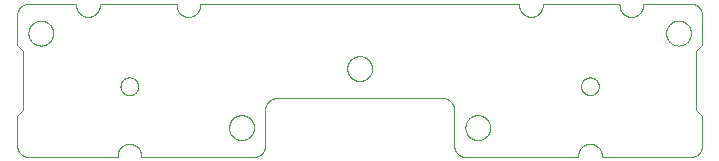
<source format=gbp>
G75*
%MOIN*%
%OFA0B0*%
%FSLAX25Y25*%
%IPPOS*%
%LPD*%
%AMOC8*
5,1,8,0,0,1.08239X$1,22.5*
%
%ADD10C,0.00000*%
D10*
X0007206Y0003269D02*
X0036733Y0003269D01*
X0036733Y0003761D01*
X0040670Y0007698D02*
X0040794Y0007696D01*
X0040917Y0007690D01*
X0041041Y0007681D01*
X0041163Y0007667D01*
X0041286Y0007650D01*
X0041408Y0007628D01*
X0041529Y0007603D01*
X0041649Y0007574D01*
X0041768Y0007542D01*
X0041887Y0007505D01*
X0042004Y0007465D01*
X0042119Y0007422D01*
X0042234Y0007374D01*
X0042346Y0007323D01*
X0042457Y0007269D01*
X0042567Y0007211D01*
X0042674Y0007150D01*
X0042780Y0007085D01*
X0042883Y0007017D01*
X0042984Y0006946D01*
X0043083Y0006872D01*
X0043180Y0006795D01*
X0043274Y0006714D01*
X0043365Y0006631D01*
X0043454Y0006545D01*
X0043540Y0006456D01*
X0043623Y0006365D01*
X0043704Y0006271D01*
X0043781Y0006174D01*
X0043855Y0006075D01*
X0043926Y0005974D01*
X0043994Y0005871D01*
X0044059Y0005765D01*
X0044120Y0005658D01*
X0044178Y0005548D01*
X0044232Y0005437D01*
X0044283Y0005325D01*
X0044331Y0005210D01*
X0044374Y0005095D01*
X0044414Y0004978D01*
X0044451Y0004859D01*
X0044483Y0004740D01*
X0044512Y0004620D01*
X0044537Y0004499D01*
X0044559Y0004377D01*
X0044576Y0004254D01*
X0044590Y0004132D01*
X0044599Y0004008D01*
X0044605Y0003885D01*
X0044607Y0003761D01*
X0044607Y0003269D01*
X0082009Y0003269D01*
X0082133Y0003271D01*
X0082256Y0003277D01*
X0082380Y0003286D01*
X0082502Y0003300D01*
X0082625Y0003317D01*
X0082747Y0003339D01*
X0082868Y0003364D01*
X0082988Y0003393D01*
X0083107Y0003425D01*
X0083226Y0003462D01*
X0083343Y0003502D01*
X0083458Y0003545D01*
X0083573Y0003593D01*
X0083685Y0003644D01*
X0083796Y0003698D01*
X0083906Y0003756D01*
X0084013Y0003817D01*
X0084119Y0003882D01*
X0084222Y0003950D01*
X0084323Y0004021D01*
X0084422Y0004095D01*
X0084519Y0004172D01*
X0084613Y0004253D01*
X0084704Y0004336D01*
X0084793Y0004422D01*
X0084879Y0004511D01*
X0084962Y0004602D01*
X0085043Y0004696D01*
X0085120Y0004793D01*
X0085194Y0004892D01*
X0085265Y0004993D01*
X0085333Y0005096D01*
X0085398Y0005202D01*
X0085459Y0005309D01*
X0085517Y0005419D01*
X0085571Y0005530D01*
X0085622Y0005642D01*
X0085670Y0005757D01*
X0085713Y0005872D01*
X0085753Y0005989D01*
X0085790Y0006108D01*
X0085822Y0006227D01*
X0085851Y0006347D01*
X0085876Y0006468D01*
X0085898Y0006590D01*
X0085915Y0006713D01*
X0085929Y0006835D01*
X0085938Y0006959D01*
X0085944Y0007082D01*
X0085946Y0007206D01*
X0085946Y0019017D01*
X0085948Y0019141D01*
X0085954Y0019264D01*
X0085963Y0019388D01*
X0085977Y0019510D01*
X0085994Y0019633D01*
X0086016Y0019755D01*
X0086041Y0019876D01*
X0086070Y0019996D01*
X0086102Y0020115D01*
X0086139Y0020234D01*
X0086179Y0020351D01*
X0086222Y0020466D01*
X0086270Y0020581D01*
X0086321Y0020693D01*
X0086375Y0020804D01*
X0086433Y0020914D01*
X0086494Y0021021D01*
X0086559Y0021127D01*
X0086627Y0021230D01*
X0086698Y0021331D01*
X0086772Y0021430D01*
X0086849Y0021527D01*
X0086930Y0021621D01*
X0087013Y0021712D01*
X0087099Y0021801D01*
X0087188Y0021887D01*
X0087279Y0021970D01*
X0087373Y0022051D01*
X0087470Y0022128D01*
X0087569Y0022202D01*
X0087670Y0022273D01*
X0087773Y0022341D01*
X0087879Y0022406D01*
X0087986Y0022467D01*
X0088096Y0022525D01*
X0088207Y0022579D01*
X0088319Y0022630D01*
X0088434Y0022678D01*
X0088549Y0022721D01*
X0088666Y0022761D01*
X0088785Y0022798D01*
X0088904Y0022830D01*
X0089024Y0022859D01*
X0089145Y0022884D01*
X0089267Y0022906D01*
X0089390Y0022923D01*
X0089512Y0022937D01*
X0089636Y0022946D01*
X0089759Y0022952D01*
X0089883Y0022954D01*
X0145001Y0022954D01*
X0145125Y0022952D01*
X0145248Y0022946D01*
X0145372Y0022937D01*
X0145494Y0022923D01*
X0145617Y0022906D01*
X0145739Y0022884D01*
X0145860Y0022859D01*
X0145980Y0022830D01*
X0146099Y0022798D01*
X0146218Y0022761D01*
X0146335Y0022721D01*
X0146450Y0022678D01*
X0146565Y0022630D01*
X0146677Y0022579D01*
X0146788Y0022525D01*
X0146898Y0022467D01*
X0147005Y0022406D01*
X0147111Y0022341D01*
X0147214Y0022273D01*
X0147315Y0022202D01*
X0147414Y0022128D01*
X0147511Y0022051D01*
X0147605Y0021970D01*
X0147696Y0021887D01*
X0147785Y0021801D01*
X0147871Y0021712D01*
X0147954Y0021621D01*
X0148035Y0021527D01*
X0148112Y0021430D01*
X0148186Y0021331D01*
X0148257Y0021230D01*
X0148325Y0021127D01*
X0148390Y0021021D01*
X0148451Y0020914D01*
X0148509Y0020804D01*
X0148563Y0020693D01*
X0148614Y0020581D01*
X0148662Y0020466D01*
X0148705Y0020351D01*
X0148745Y0020234D01*
X0148782Y0020115D01*
X0148814Y0019996D01*
X0148843Y0019876D01*
X0148868Y0019755D01*
X0148890Y0019633D01*
X0148907Y0019510D01*
X0148921Y0019388D01*
X0148930Y0019264D01*
X0148936Y0019141D01*
X0148938Y0019017D01*
X0148938Y0007206D01*
X0148940Y0007082D01*
X0148946Y0006959D01*
X0148955Y0006835D01*
X0148969Y0006713D01*
X0148986Y0006590D01*
X0149008Y0006468D01*
X0149033Y0006347D01*
X0149062Y0006227D01*
X0149094Y0006108D01*
X0149131Y0005989D01*
X0149171Y0005872D01*
X0149214Y0005757D01*
X0149262Y0005642D01*
X0149313Y0005530D01*
X0149367Y0005419D01*
X0149425Y0005309D01*
X0149486Y0005202D01*
X0149551Y0005096D01*
X0149619Y0004993D01*
X0149690Y0004892D01*
X0149764Y0004793D01*
X0149841Y0004696D01*
X0149922Y0004602D01*
X0150005Y0004511D01*
X0150091Y0004422D01*
X0150180Y0004336D01*
X0150271Y0004253D01*
X0150365Y0004172D01*
X0150462Y0004095D01*
X0150561Y0004021D01*
X0150662Y0003950D01*
X0150765Y0003882D01*
X0150871Y0003817D01*
X0150978Y0003756D01*
X0151088Y0003698D01*
X0151199Y0003644D01*
X0151311Y0003593D01*
X0151426Y0003545D01*
X0151541Y0003502D01*
X0151658Y0003462D01*
X0151777Y0003425D01*
X0151896Y0003393D01*
X0152016Y0003364D01*
X0152137Y0003339D01*
X0152259Y0003317D01*
X0152382Y0003300D01*
X0152504Y0003286D01*
X0152628Y0003277D01*
X0152751Y0003271D01*
X0152875Y0003269D01*
X0190276Y0003269D01*
X0190276Y0003761D01*
X0194213Y0007698D02*
X0194337Y0007696D01*
X0194460Y0007690D01*
X0194584Y0007681D01*
X0194706Y0007667D01*
X0194829Y0007650D01*
X0194951Y0007628D01*
X0195072Y0007603D01*
X0195192Y0007574D01*
X0195311Y0007542D01*
X0195430Y0007505D01*
X0195547Y0007465D01*
X0195662Y0007422D01*
X0195777Y0007374D01*
X0195889Y0007323D01*
X0196000Y0007269D01*
X0196110Y0007211D01*
X0196217Y0007150D01*
X0196323Y0007085D01*
X0196426Y0007017D01*
X0196527Y0006946D01*
X0196626Y0006872D01*
X0196723Y0006795D01*
X0196817Y0006714D01*
X0196908Y0006631D01*
X0196997Y0006545D01*
X0197083Y0006456D01*
X0197166Y0006365D01*
X0197247Y0006271D01*
X0197324Y0006174D01*
X0197398Y0006075D01*
X0197469Y0005974D01*
X0197537Y0005871D01*
X0197602Y0005765D01*
X0197663Y0005658D01*
X0197721Y0005548D01*
X0197775Y0005437D01*
X0197826Y0005325D01*
X0197874Y0005210D01*
X0197917Y0005095D01*
X0197957Y0004978D01*
X0197994Y0004859D01*
X0198026Y0004740D01*
X0198055Y0004620D01*
X0198080Y0004499D01*
X0198102Y0004377D01*
X0198119Y0004254D01*
X0198133Y0004132D01*
X0198142Y0004008D01*
X0198148Y0003885D01*
X0198150Y0003761D01*
X0198150Y0003269D01*
X0227678Y0003269D01*
X0227802Y0003271D01*
X0227925Y0003277D01*
X0228049Y0003286D01*
X0228171Y0003300D01*
X0228294Y0003317D01*
X0228416Y0003339D01*
X0228537Y0003364D01*
X0228657Y0003393D01*
X0228776Y0003425D01*
X0228895Y0003462D01*
X0229012Y0003502D01*
X0229127Y0003545D01*
X0229242Y0003593D01*
X0229354Y0003644D01*
X0229465Y0003698D01*
X0229575Y0003756D01*
X0229682Y0003817D01*
X0229788Y0003882D01*
X0229891Y0003950D01*
X0229992Y0004021D01*
X0230091Y0004095D01*
X0230188Y0004172D01*
X0230282Y0004253D01*
X0230373Y0004336D01*
X0230462Y0004422D01*
X0230548Y0004511D01*
X0230631Y0004602D01*
X0230712Y0004696D01*
X0230789Y0004793D01*
X0230863Y0004892D01*
X0230934Y0004993D01*
X0231002Y0005096D01*
X0231067Y0005202D01*
X0231128Y0005309D01*
X0231186Y0005419D01*
X0231240Y0005530D01*
X0231291Y0005642D01*
X0231339Y0005757D01*
X0231382Y0005872D01*
X0231422Y0005989D01*
X0231459Y0006108D01*
X0231491Y0006227D01*
X0231520Y0006347D01*
X0231545Y0006468D01*
X0231567Y0006590D01*
X0231584Y0006713D01*
X0231598Y0006835D01*
X0231607Y0006959D01*
X0231613Y0007082D01*
X0231615Y0007206D01*
X0231615Y0017048D01*
X0229646Y0019017D01*
X0229646Y0038702D01*
X0231615Y0040670D01*
X0231615Y0050513D01*
X0231613Y0050637D01*
X0231607Y0050760D01*
X0231598Y0050884D01*
X0231584Y0051006D01*
X0231567Y0051129D01*
X0231545Y0051251D01*
X0231520Y0051372D01*
X0231491Y0051492D01*
X0231459Y0051611D01*
X0231422Y0051730D01*
X0231382Y0051847D01*
X0231339Y0051962D01*
X0231291Y0052077D01*
X0231240Y0052189D01*
X0231186Y0052300D01*
X0231128Y0052410D01*
X0231067Y0052517D01*
X0231002Y0052623D01*
X0230934Y0052726D01*
X0230863Y0052827D01*
X0230789Y0052926D01*
X0230712Y0053023D01*
X0230631Y0053117D01*
X0230548Y0053208D01*
X0230462Y0053297D01*
X0230373Y0053383D01*
X0230282Y0053466D01*
X0230188Y0053547D01*
X0230091Y0053624D01*
X0229992Y0053698D01*
X0229891Y0053769D01*
X0229788Y0053837D01*
X0229682Y0053902D01*
X0229575Y0053963D01*
X0229465Y0054021D01*
X0229354Y0054075D01*
X0229242Y0054126D01*
X0229127Y0054174D01*
X0229012Y0054217D01*
X0228895Y0054257D01*
X0228776Y0054294D01*
X0228657Y0054326D01*
X0228537Y0054355D01*
X0228416Y0054380D01*
X0228294Y0054402D01*
X0228171Y0054419D01*
X0228049Y0054433D01*
X0227925Y0054442D01*
X0227802Y0054448D01*
X0227678Y0054450D01*
X0211930Y0054450D01*
X0211930Y0053957D01*
X0207993Y0050020D02*
X0207869Y0050022D01*
X0207746Y0050028D01*
X0207622Y0050037D01*
X0207500Y0050051D01*
X0207377Y0050068D01*
X0207255Y0050090D01*
X0207134Y0050115D01*
X0207014Y0050144D01*
X0206895Y0050176D01*
X0206776Y0050213D01*
X0206659Y0050253D01*
X0206544Y0050296D01*
X0206429Y0050344D01*
X0206317Y0050395D01*
X0206206Y0050449D01*
X0206096Y0050507D01*
X0205989Y0050568D01*
X0205883Y0050633D01*
X0205780Y0050701D01*
X0205679Y0050772D01*
X0205580Y0050846D01*
X0205483Y0050923D01*
X0205389Y0051004D01*
X0205298Y0051087D01*
X0205209Y0051173D01*
X0205123Y0051262D01*
X0205040Y0051353D01*
X0204959Y0051447D01*
X0204882Y0051544D01*
X0204808Y0051643D01*
X0204737Y0051744D01*
X0204669Y0051847D01*
X0204604Y0051953D01*
X0204543Y0052060D01*
X0204485Y0052170D01*
X0204431Y0052281D01*
X0204380Y0052393D01*
X0204332Y0052508D01*
X0204289Y0052623D01*
X0204249Y0052740D01*
X0204212Y0052859D01*
X0204180Y0052978D01*
X0204151Y0053098D01*
X0204126Y0053219D01*
X0204104Y0053341D01*
X0204087Y0053464D01*
X0204073Y0053586D01*
X0204064Y0053710D01*
X0204058Y0053833D01*
X0204056Y0053957D01*
X0204056Y0054450D01*
X0178465Y0054450D01*
X0178465Y0053957D01*
X0174528Y0050020D02*
X0174404Y0050022D01*
X0174281Y0050028D01*
X0174157Y0050037D01*
X0174035Y0050051D01*
X0173912Y0050068D01*
X0173790Y0050090D01*
X0173669Y0050115D01*
X0173549Y0050144D01*
X0173430Y0050176D01*
X0173311Y0050213D01*
X0173194Y0050253D01*
X0173079Y0050296D01*
X0172964Y0050344D01*
X0172852Y0050395D01*
X0172741Y0050449D01*
X0172631Y0050507D01*
X0172524Y0050568D01*
X0172418Y0050633D01*
X0172315Y0050701D01*
X0172214Y0050772D01*
X0172115Y0050846D01*
X0172018Y0050923D01*
X0171924Y0051004D01*
X0171833Y0051087D01*
X0171744Y0051173D01*
X0171658Y0051262D01*
X0171575Y0051353D01*
X0171494Y0051447D01*
X0171417Y0051544D01*
X0171343Y0051643D01*
X0171272Y0051744D01*
X0171204Y0051847D01*
X0171139Y0051953D01*
X0171078Y0052060D01*
X0171020Y0052170D01*
X0170966Y0052281D01*
X0170915Y0052393D01*
X0170867Y0052508D01*
X0170824Y0052623D01*
X0170784Y0052740D01*
X0170747Y0052859D01*
X0170715Y0052978D01*
X0170686Y0053098D01*
X0170661Y0053219D01*
X0170639Y0053341D01*
X0170622Y0053464D01*
X0170608Y0053586D01*
X0170599Y0053710D01*
X0170593Y0053833D01*
X0170591Y0053957D01*
X0170591Y0054450D01*
X0064292Y0054450D01*
X0064292Y0053957D01*
X0060355Y0050020D02*
X0060231Y0050022D01*
X0060108Y0050028D01*
X0059984Y0050037D01*
X0059862Y0050051D01*
X0059739Y0050068D01*
X0059617Y0050090D01*
X0059496Y0050115D01*
X0059376Y0050144D01*
X0059257Y0050176D01*
X0059138Y0050213D01*
X0059021Y0050253D01*
X0058906Y0050296D01*
X0058791Y0050344D01*
X0058679Y0050395D01*
X0058568Y0050449D01*
X0058458Y0050507D01*
X0058351Y0050568D01*
X0058245Y0050633D01*
X0058142Y0050701D01*
X0058041Y0050772D01*
X0057942Y0050846D01*
X0057845Y0050923D01*
X0057751Y0051004D01*
X0057660Y0051087D01*
X0057571Y0051173D01*
X0057485Y0051262D01*
X0057402Y0051353D01*
X0057321Y0051447D01*
X0057244Y0051544D01*
X0057170Y0051643D01*
X0057099Y0051744D01*
X0057031Y0051847D01*
X0056966Y0051953D01*
X0056905Y0052060D01*
X0056847Y0052170D01*
X0056793Y0052281D01*
X0056742Y0052393D01*
X0056694Y0052508D01*
X0056651Y0052623D01*
X0056611Y0052740D01*
X0056574Y0052859D01*
X0056542Y0052978D01*
X0056513Y0053098D01*
X0056488Y0053219D01*
X0056466Y0053341D01*
X0056449Y0053464D01*
X0056435Y0053586D01*
X0056426Y0053710D01*
X0056420Y0053833D01*
X0056418Y0053957D01*
X0056418Y0054450D01*
X0030828Y0054450D01*
X0030828Y0053957D01*
X0026891Y0050020D02*
X0026767Y0050022D01*
X0026644Y0050028D01*
X0026520Y0050037D01*
X0026398Y0050051D01*
X0026275Y0050068D01*
X0026153Y0050090D01*
X0026032Y0050115D01*
X0025912Y0050144D01*
X0025793Y0050176D01*
X0025674Y0050213D01*
X0025557Y0050253D01*
X0025442Y0050296D01*
X0025327Y0050344D01*
X0025215Y0050395D01*
X0025104Y0050449D01*
X0024994Y0050507D01*
X0024887Y0050568D01*
X0024781Y0050633D01*
X0024678Y0050701D01*
X0024577Y0050772D01*
X0024478Y0050846D01*
X0024381Y0050923D01*
X0024287Y0051004D01*
X0024196Y0051087D01*
X0024107Y0051173D01*
X0024021Y0051262D01*
X0023938Y0051353D01*
X0023857Y0051447D01*
X0023780Y0051544D01*
X0023706Y0051643D01*
X0023635Y0051744D01*
X0023567Y0051847D01*
X0023502Y0051953D01*
X0023441Y0052060D01*
X0023383Y0052170D01*
X0023329Y0052281D01*
X0023278Y0052393D01*
X0023230Y0052508D01*
X0023187Y0052623D01*
X0023147Y0052740D01*
X0023110Y0052859D01*
X0023078Y0052978D01*
X0023049Y0053098D01*
X0023024Y0053219D01*
X0023002Y0053341D01*
X0022985Y0053464D01*
X0022971Y0053586D01*
X0022962Y0053710D01*
X0022956Y0053833D01*
X0022954Y0053957D01*
X0022954Y0054450D01*
X0007206Y0054450D01*
X0007082Y0054448D01*
X0006959Y0054442D01*
X0006835Y0054433D01*
X0006713Y0054419D01*
X0006590Y0054402D01*
X0006468Y0054380D01*
X0006347Y0054355D01*
X0006227Y0054326D01*
X0006108Y0054294D01*
X0005989Y0054257D01*
X0005872Y0054217D01*
X0005757Y0054174D01*
X0005642Y0054126D01*
X0005530Y0054075D01*
X0005419Y0054021D01*
X0005309Y0053963D01*
X0005202Y0053902D01*
X0005096Y0053837D01*
X0004993Y0053769D01*
X0004892Y0053698D01*
X0004793Y0053624D01*
X0004696Y0053547D01*
X0004602Y0053466D01*
X0004511Y0053383D01*
X0004422Y0053297D01*
X0004336Y0053208D01*
X0004253Y0053117D01*
X0004172Y0053023D01*
X0004095Y0052926D01*
X0004021Y0052827D01*
X0003950Y0052726D01*
X0003882Y0052623D01*
X0003817Y0052517D01*
X0003756Y0052410D01*
X0003698Y0052300D01*
X0003644Y0052189D01*
X0003593Y0052077D01*
X0003545Y0051962D01*
X0003502Y0051847D01*
X0003462Y0051730D01*
X0003425Y0051611D01*
X0003393Y0051492D01*
X0003364Y0051372D01*
X0003339Y0051251D01*
X0003317Y0051129D01*
X0003300Y0051006D01*
X0003286Y0050884D01*
X0003277Y0050760D01*
X0003271Y0050637D01*
X0003269Y0050513D01*
X0003269Y0040670D01*
X0005237Y0038702D01*
X0005237Y0019017D01*
X0003269Y0017048D01*
X0003269Y0007206D01*
X0003271Y0007082D01*
X0003277Y0006959D01*
X0003286Y0006835D01*
X0003300Y0006713D01*
X0003317Y0006590D01*
X0003339Y0006468D01*
X0003364Y0006347D01*
X0003393Y0006227D01*
X0003425Y0006108D01*
X0003462Y0005989D01*
X0003502Y0005872D01*
X0003545Y0005757D01*
X0003593Y0005642D01*
X0003644Y0005530D01*
X0003698Y0005419D01*
X0003756Y0005309D01*
X0003817Y0005202D01*
X0003882Y0005096D01*
X0003950Y0004993D01*
X0004021Y0004892D01*
X0004095Y0004793D01*
X0004172Y0004696D01*
X0004253Y0004602D01*
X0004336Y0004511D01*
X0004422Y0004422D01*
X0004511Y0004336D01*
X0004602Y0004253D01*
X0004696Y0004172D01*
X0004793Y0004095D01*
X0004892Y0004021D01*
X0004993Y0003950D01*
X0005096Y0003882D01*
X0005202Y0003817D01*
X0005309Y0003756D01*
X0005419Y0003698D01*
X0005530Y0003644D01*
X0005642Y0003593D01*
X0005757Y0003545D01*
X0005872Y0003502D01*
X0005989Y0003462D01*
X0006108Y0003425D01*
X0006227Y0003393D01*
X0006347Y0003364D01*
X0006468Y0003339D01*
X0006590Y0003317D01*
X0006713Y0003300D01*
X0006835Y0003286D01*
X0006959Y0003277D01*
X0007082Y0003271D01*
X0007206Y0003269D01*
X0036733Y0003761D02*
X0036735Y0003885D01*
X0036741Y0004008D01*
X0036750Y0004132D01*
X0036764Y0004254D01*
X0036781Y0004377D01*
X0036803Y0004499D01*
X0036828Y0004620D01*
X0036857Y0004740D01*
X0036889Y0004859D01*
X0036926Y0004978D01*
X0036966Y0005095D01*
X0037009Y0005210D01*
X0037057Y0005325D01*
X0037108Y0005437D01*
X0037162Y0005548D01*
X0037220Y0005658D01*
X0037281Y0005765D01*
X0037346Y0005871D01*
X0037414Y0005974D01*
X0037485Y0006075D01*
X0037559Y0006174D01*
X0037636Y0006271D01*
X0037717Y0006365D01*
X0037800Y0006456D01*
X0037886Y0006545D01*
X0037975Y0006631D01*
X0038066Y0006714D01*
X0038160Y0006795D01*
X0038257Y0006872D01*
X0038356Y0006946D01*
X0038457Y0007017D01*
X0038560Y0007085D01*
X0038666Y0007150D01*
X0038773Y0007211D01*
X0038883Y0007269D01*
X0038994Y0007323D01*
X0039106Y0007374D01*
X0039221Y0007422D01*
X0039336Y0007465D01*
X0039453Y0007505D01*
X0039572Y0007542D01*
X0039691Y0007574D01*
X0039811Y0007603D01*
X0039932Y0007628D01*
X0040054Y0007650D01*
X0040177Y0007667D01*
X0040299Y0007681D01*
X0040423Y0007690D01*
X0040546Y0007696D01*
X0040670Y0007698D01*
X0073938Y0013111D02*
X0073940Y0013239D01*
X0073946Y0013367D01*
X0073956Y0013494D01*
X0073970Y0013622D01*
X0073987Y0013748D01*
X0074009Y0013874D01*
X0074035Y0014000D01*
X0074064Y0014124D01*
X0074097Y0014248D01*
X0074134Y0014370D01*
X0074175Y0014491D01*
X0074220Y0014611D01*
X0074268Y0014730D01*
X0074320Y0014847D01*
X0074376Y0014962D01*
X0074435Y0015076D01*
X0074497Y0015187D01*
X0074563Y0015297D01*
X0074632Y0015404D01*
X0074705Y0015510D01*
X0074781Y0015613D01*
X0074860Y0015713D01*
X0074942Y0015812D01*
X0075027Y0015907D01*
X0075115Y0016000D01*
X0075206Y0016090D01*
X0075299Y0016177D01*
X0075396Y0016262D01*
X0075494Y0016343D01*
X0075596Y0016421D01*
X0075699Y0016496D01*
X0075805Y0016568D01*
X0075913Y0016637D01*
X0076023Y0016702D01*
X0076136Y0016763D01*
X0076250Y0016822D01*
X0076365Y0016876D01*
X0076483Y0016927D01*
X0076601Y0016975D01*
X0076722Y0017018D01*
X0076843Y0017058D01*
X0076966Y0017094D01*
X0077090Y0017127D01*
X0077215Y0017155D01*
X0077340Y0017180D01*
X0077466Y0017200D01*
X0077593Y0017217D01*
X0077721Y0017230D01*
X0077848Y0017239D01*
X0077976Y0017244D01*
X0078104Y0017245D01*
X0078232Y0017242D01*
X0078360Y0017235D01*
X0078487Y0017224D01*
X0078614Y0017209D01*
X0078741Y0017191D01*
X0078867Y0017168D01*
X0078992Y0017141D01*
X0079116Y0017111D01*
X0079239Y0017077D01*
X0079362Y0017039D01*
X0079483Y0016997D01*
X0079602Y0016951D01*
X0079720Y0016902D01*
X0079837Y0016849D01*
X0079952Y0016793D01*
X0080065Y0016733D01*
X0080176Y0016670D01*
X0080285Y0016603D01*
X0080392Y0016533D01*
X0080497Y0016459D01*
X0080599Y0016383D01*
X0080699Y0016303D01*
X0080797Y0016220D01*
X0080892Y0016134D01*
X0080984Y0016045D01*
X0081073Y0015954D01*
X0081160Y0015860D01*
X0081243Y0015763D01*
X0081324Y0015663D01*
X0081401Y0015562D01*
X0081476Y0015457D01*
X0081547Y0015351D01*
X0081614Y0015242D01*
X0081679Y0015132D01*
X0081739Y0015019D01*
X0081797Y0014905D01*
X0081850Y0014789D01*
X0081900Y0014671D01*
X0081947Y0014552D01*
X0081990Y0014431D01*
X0082029Y0014309D01*
X0082064Y0014186D01*
X0082095Y0014062D01*
X0082123Y0013937D01*
X0082146Y0013811D01*
X0082166Y0013685D01*
X0082182Y0013558D01*
X0082194Y0013431D01*
X0082202Y0013303D01*
X0082206Y0013175D01*
X0082206Y0013047D01*
X0082202Y0012919D01*
X0082194Y0012791D01*
X0082182Y0012664D01*
X0082166Y0012537D01*
X0082146Y0012411D01*
X0082123Y0012285D01*
X0082095Y0012160D01*
X0082064Y0012036D01*
X0082029Y0011913D01*
X0081990Y0011791D01*
X0081947Y0011670D01*
X0081900Y0011551D01*
X0081850Y0011433D01*
X0081797Y0011317D01*
X0081739Y0011203D01*
X0081679Y0011090D01*
X0081614Y0010980D01*
X0081547Y0010871D01*
X0081476Y0010765D01*
X0081401Y0010660D01*
X0081324Y0010559D01*
X0081243Y0010459D01*
X0081160Y0010362D01*
X0081073Y0010268D01*
X0080984Y0010177D01*
X0080892Y0010088D01*
X0080797Y0010002D01*
X0080699Y0009919D01*
X0080599Y0009839D01*
X0080497Y0009763D01*
X0080392Y0009689D01*
X0080285Y0009619D01*
X0080176Y0009552D01*
X0080065Y0009489D01*
X0079952Y0009429D01*
X0079837Y0009373D01*
X0079720Y0009320D01*
X0079602Y0009271D01*
X0079483Y0009225D01*
X0079362Y0009183D01*
X0079239Y0009145D01*
X0079116Y0009111D01*
X0078992Y0009081D01*
X0078867Y0009054D01*
X0078741Y0009031D01*
X0078614Y0009013D01*
X0078487Y0008998D01*
X0078360Y0008987D01*
X0078232Y0008980D01*
X0078104Y0008977D01*
X0077976Y0008978D01*
X0077848Y0008983D01*
X0077721Y0008992D01*
X0077593Y0009005D01*
X0077466Y0009022D01*
X0077340Y0009042D01*
X0077215Y0009067D01*
X0077090Y0009095D01*
X0076966Y0009128D01*
X0076843Y0009164D01*
X0076722Y0009204D01*
X0076601Y0009247D01*
X0076483Y0009295D01*
X0076365Y0009346D01*
X0076250Y0009400D01*
X0076136Y0009459D01*
X0076023Y0009520D01*
X0075913Y0009585D01*
X0075805Y0009654D01*
X0075699Y0009726D01*
X0075596Y0009801D01*
X0075494Y0009879D01*
X0075396Y0009960D01*
X0075299Y0010045D01*
X0075206Y0010132D01*
X0075115Y0010222D01*
X0075027Y0010315D01*
X0074942Y0010410D01*
X0074860Y0010509D01*
X0074781Y0010609D01*
X0074705Y0010712D01*
X0074632Y0010818D01*
X0074563Y0010925D01*
X0074497Y0011035D01*
X0074435Y0011146D01*
X0074376Y0011260D01*
X0074320Y0011375D01*
X0074268Y0011492D01*
X0074220Y0011611D01*
X0074175Y0011731D01*
X0074134Y0011852D01*
X0074097Y0011974D01*
X0074064Y0012098D01*
X0074035Y0012222D01*
X0074009Y0012348D01*
X0073987Y0012474D01*
X0073970Y0012600D01*
X0073956Y0012728D01*
X0073946Y0012855D01*
X0073940Y0012983D01*
X0073938Y0013111D01*
X0037717Y0026891D02*
X0037719Y0026999D01*
X0037725Y0027108D01*
X0037735Y0027216D01*
X0037749Y0027323D01*
X0037767Y0027430D01*
X0037788Y0027537D01*
X0037814Y0027642D01*
X0037844Y0027747D01*
X0037877Y0027850D01*
X0037914Y0027952D01*
X0037955Y0028052D01*
X0037999Y0028151D01*
X0038048Y0028249D01*
X0038099Y0028344D01*
X0038154Y0028437D01*
X0038213Y0028529D01*
X0038275Y0028618D01*
X0038340Y0028705D01*
X0038408Y0028789D01*
X0038479Y0028871D01*
X0038553Y0028950D01*
X0038630Y0029026D01*
X0038710Y0029100D01*
X0038793Y0029170D01*
X0038878Y0029238D01*
X0038965Y0029302D01*
X0039055Y0029363D01*
X0039147Y0029421D01*
X0039241Y0029475D01*
X0039337Y0029526D01*
X0039434Y0029573D01*
X0039534Y0029617D01*
X0039635Y0029657D01*
X0039737Y0029693D01*
X0039840Y0029725D01*
X0039945Y0029754D01*
X0040051Y0029778D01*
X0040157Y0029799D01*
X0040264Y0029816D01*
X0040372Y0029829D01*
X0040480Y0029838D01*
X0040589Y0029843D01*
X0040697Y0029844D01*
X0040806Y0029841D01*
X0040914Y0029834D01*
X0041022Y0029823D01*
X0041129Y0029808D01*
X0041236Y0029789D01*
X0041342Y0029766D01*
X0041447Y0029740D01*
X0041552Y0029709D01*
X0041654Y0029675D01*
X0041756Y0029637D01*
X0041856Y0029595D01*
X0041955Y0029550D01*
X0042052Y0029501D01*
X0042146Y0029448D01*
X0042239Y0029392D01*
X0042330Y0029333D01*
X0042419Y0029270D01*
X0042505Y0029205D01*
X0042589Y0029136D01*
X0042670Y0029064D01*
X0042748Y0028989D01*
X0042824Y0028911D01*
X0042897Y0028830D01*
X0042967Y0028747D01*
X0043033Y0028662D01*
X0043097Y0028574D01*
X0043157Y0028483D01*
X0043214Y0028391D01*
X0043267Y0028296D01*
X0043317Y0028200D01*
X0043363Y0028102D01*
X0043406Y0028002D01*
X0043445Y0027901D01*
X0043480Y0027798D01*
X0043512Y0027695D01*
X0043539Y0027590D01*
X0043563Y0027484D01*
X0043583Y0027377D01*
X0043599Y0027270D01*
X0043611Y0027162D01*
X0043619Y0027054D01*
X0043623Y0026945D01*
X0043623Y0026837D01*
X0043619Y0026728D01*
X0043611Y0026620D01*
X0043599Y0026512D01*
X0043583Y0026405D01*
X0043563Y0026298D01*
X0043539Y0026192D01*
X0043512Y0026087D01*
X0043480Y0025984D01*
X0043445Y0025881D01*
X0043406Y0025780D01*
X0043363Y0025680D01*
X0043317Y0025582D01*
X0043267Y0025486D01*
X0043214Y0025391D01*
X0043157Y0025299D01*
X0043097Y0025208D01*
X0043033Y0025120D01*
X0042967Y0025035D01*
X0042897Y0024952D01*
X0042824Y0024871D01*
X0042748Y0024793D01*
X0042670Y0024718D01*
X0042589Y0024646D01*
X0042505Y0024577D01*
X0042419Y0024512D01*
X0042330Y0024449D01*
X0042239Y0024390D01*
X0042147Y0024334D01*
X0042052Y0024281D01*
X0041955Y0024232D01*
X0041856Y0024187D01*
X0041756Y0024145D01*
X0041654Y0024107D01*
X0041552Y0024073D01*
X0041447Y0024042D01*
X0041342Y0024016D01*
X0041236Y0023993D01*
X0041129Y0023974D01*
X0041022Y0023959D01*
X0040914Y0023948D01*
X0040806Y0023941D01*
X0040697Y0023938D01*
X0040589Y0023939D01*
X0040480Y0023944D01*
X0040372Y0023953D01*
X0040264Y0023966D01*
X0040157Y0023983D01*
X0040051Y0024004D01*
X0039945Y0024028D01*
X0039840Y0024057D01*
X0039737Y0024089D01*
X0039635Y0024125D01*
X0039534Y0024165D01*
X0039434Y0024209D01*
X0039337Y0024256D01*
X0039241Y0024307D01*
X0039147Y0024361D01*
X0039055Y0024419D01*
X0038965Y0024480D01*
X0038878Y0024544D01*
X0038793Y0024612D01*
X0038710Y0024682D01*
X0038630Y0024756D01*
X0038553Y0024832D01*
X0038479Y0024911D01*
X0038408Y0024993D01*
X0038340Y0025077D01*
X0038275Y0025164D01*
X0038213Y0025253D01*
X0038154Y0025345D01*
X0038099Y0025438D01*
X0038048Y0025533D01*
X0037999Y0025631D01*
X0037955Y0025730D01*
X0037914Y0025830D01*
X0037877Y0025932D01*
X0037844Y0026035D01*
X0037814Y0026140D01*
X0037788Y0026245D01*
X0037767Y0026352D01*
X0037749Y0026459D01*
X0037735Y0026566D01*
X0037725Y0026674D01*
X0037719Y0026783D01*
X0037717Y0026891D01*
X0007009Y0044607D02*
X0007011Y0044735D01*
X0007017Y0044863D01*
X0007027Y0044990D01*
X0007041Y0045118D01*
X0007058Y0045244D01*
X0007080Y0045370D01*
X0007106Y0045496D01*
X0007135Y0045620D01*
X0007168Y0045744D01*
X0007205Y0045866D01*
X0007246Y0045987D01*
X0007291Y0046107D01*
X0007339Y0046226D01*
X0007391Y0046343D01*
X0007447Y0046458D01*
X0007506Y0046572D01*
X0007568Y0046683D01*
X0007634Y0046793D01*
X0007703Y0046900D01*
X0007776Y0047006D01*
X0007852Y0047109D01*
X0007931Y0047209D01*
X0008013Y0047308D01*
X0008098Y0047403D01*
X0008186Y0047496D01*
X0008277Y0047586D01*
X0008370Y0047673D01*
X0008467Y0047758D01*
X0008565Y0047839D01*
X0008667Y0047917D01*
X0008770Y0047992D01*
X0008876Y0048064D01*
X0008984Y0048133D01*
X0009094Y0048198D01*
X0009207Y0048259D01*
X0009321Y0048318D01*
X0009436Y0048372D01*
X0009554Y0048423D01*
X0009672Y0048471D01*
X0009793Y0048514D01*
X0009914Y0048554D01*
X0010037Y0048590D01*
X0010161Y0048623D01*
X0010286Y0048651D01*
X0010411Y0048676D01*
X0010537Y0048696D01*
X0010664Y0048713D01*
X0010792Y0048726D01*
X0010919Y0048735D01*
X0011047Y0048740D01*
X0011175Y0048741D01*
X0011303Y0048738D01*
X0011431Y0048731D01*
X0011558Y0048720D01*
X0011685Y0048705D01*
X0011812Y0048687D01*
X0011938Y0048664D01*
X0012063Y0048637D01*
X0012187Y0048607D01*
X0012310Y0048573D01*
X0012433Y0048535D01*
X0012554Y0048493D01*
X0012673Y0048447D01*
X0012791Y0048398D01*
X0012908Y0048345D01*
X0013023Y0048289D01*
X0013136Y0048229D01*
X0013247Y0048166D01*
X0013356Y0048099D01*
X0013463Y0048029D01*
X0013568Y0047955D01*
X0013670Y0047879D01*
X0013770Y0047799D01*
X0013868Y0047716D01*
X0013963Y0047630D01*
X0014055Y0047541D01*
X0014144Y0047450D01*
X0014231Y0047356D01*
X0014314Y0047259D01*
X0014395Y0047159D01*
X0014472Y0047058D01*
X0014547Y0046953D01*
X0014618Y0046847D01*
X0014685Y0046738D01*
X0014750Y0046628D01*
X0014810Y0046515D01*
X0014868Y0046401D01*
X0014921Y0046285D01*
X0014971Y0046167D01*
X0015018Y0046048D01*
X0015061Y0045927D01*
X0015100Y0045805D01*
X0015135Y0045682D01*
X0015166Y0045558D01*
X0015194Y0045433D01*
X0015217Y0045307D01*
X0015237Y0045181D01*
X0015253Y0045054D01*
X0015265Y0044927D01*
X0015273Y0044799D01*
X0015277Y0044671D01*
X0015277Y0044543D01*
X0015273Y0044415D01*
X0015265Y0044287D01*
X0015253Y0044160D01*
X0015237Y0044033D01*
X0015217Y0043907D01*
X0015194Y0043781D01*
X0015166Y0043656D01*
X0015135Y0043532D01*
X0015100Y0043409D01*
X0015061Y0043287D01*
X0015018Y0043166D01*
X0014971Y0043047D01*
X0014921Y0042929D01*
X0014868Y0042813D01*
X0014810Y0042699D01*
X0014750Y0042586D01*
X0014685Y0042476D01*
X0014618Y0042367D01*
X0014547Y0042261D01*
X0014472Y0042156D01*
X0014395Y0042055D01*
X0014314Y0041955D01*
X0014231Y0041858D01*
X0014144Y0041764D01*
X0014055Y0041673D01*
X0013963Y0041584D01*
X0013868Y0041498D01*
X0013770Y0041415D01*
X0013670Y0041335D01*
X0013568Y0041259D01*
X0013463Y0041185D01*
X0013356Y0041115D01*
X0013247Y0041048D01*
X0013136Y0040985D01*
X0013023Y0040925D01*
X0012908Y0040869D01*
X0012791Y0040816D01*
X0012673Y0040767D01*
X0012554Y0040721D01*
X0012433Y0040679D01*
X0012310Y0040641D01*
X0012187Y0040607D01*
X0012063Y0040577D01*
X0011938Y0040550D01*
X0011812Y0040527D01*
X0011685Y0040509D01*
X0011558Y0040494D01*
X0011431Y0040483D01*
X0011303Y0040476D01*
X0011175Y0040473D01*
X0011047Y0040474D01*
X0010919Y0040479D01*
X0010792Y0040488D01*
X0010664Y0040501D01*
X0010537Y0040518D01*
X0010411Y0040538D01*
X0010286Y0040563D01*
X0010161Y0040591D01*
X0010037Y0040624D01*
X0009914Y0040660D01*
X0009793Y0040700D01*
X0009672Y0040743D01*
X0009554Y0040791D01*
X0009436Y0040842D01*
X0009321Y0040896D01*
X0009207Y0040955D01*
X0009094Y0041016D01*
X0008984Y0041081D01*
X0008876Y0041150D01*
X0008770Y0041222D01*
X0008667Y0041297D01*
X0008565Y0041375D01*
X0008467Y0041456D01*
X0008370Y0041541D01*
X0008277Y0041628D01*
X0008186Y0041718D01*
X0008098Y0041811D01*
X0008013Y0041906D01*
X0007931Y0042005D01*
X0007852Y0042105D01*
X0007776Y0042208D01*
X0007703Y0042314D01*
X0007634Y0042421D01*
X0007568Y0042531D01*
X0007506Y0042642D01*
X0007447Y0042756D01*
X0007391Y0042871D01*
X0007339Y0042988D01*
X0007291Y0043107D01*
X0007246Y0043227D01*
X0007205Y0043348D01*
X0007168Y0043470D01*
X0007135Y0043594D01*
X0007106Y0043718D01*
X0007080Y0043844D01*
X0007058Y0043970D01*
X0007041Y0044096D01*
X0007027Y0044224D01*
X0007017Y0044351D01*
X0007011Y0044479D01*
X0007009Y0044607D01*
X0026891Y0050020D02*
X0027015Y0050022D01*
X0027138Y0050028D01*
X0027262Y0050037D01*
X0027384Y0050051D01*
X0027507Y0050068D01*
X0027629Y0050090D01*
X0027750Y0050115D01*
X0027870Y0050144D01*
X0027989Y0050176D01*
X0028108Y0050213D01*
X0028225Y0050253D01*
X0028340Y0050296D01*
X0028455Y0050344D01*
X0028567Y0050395D01*
X0028678Y0050449D01*
X0028788Y0050507D01*
X0028895Y0050568D01*
X0029001Y0050633D01*
X0029104Y0050701D01*
X0029205Y0050772D01*
X0029304Y0050846D01*
X0029401Y0050923D01*
X0029495Y0051004D01*
X0029586Y0051087D01*
X0029675Y0051173D01*
X0029761Y0051262D01*
X0029844Y0051353D01*
X0029925Y0051447D01*
X0030002Y0051544D01*
X0030076Y0051643D01*
X0030147Y0051744D01*
X0030215Y0051847D01*
X0030280Y0051953D01*
X0030341Y0052060D01*
X0030399Y0052170D01*
X0030453Y0052281D01*
X0030504Y0052393D01*
X0030552Y0052508D01*
X0030595Y0052623D01*
X0030635Y0052740D01*
X0030672Y0052859D01*
X0030704Y0052978D01*
X0030733Y0053098D01*
X0030758Y0053219D01*
X0030780Y0053341D01*
X0030797Y0053464D01*
X0030811Y0053586D01*
X0030820Y0053710D01*
X0030826Y0053833D01*
X0030828Y0053957D01*
X0060355Y0050020D02*
X0060479Y0050022D01*
X0060602Y0050028D01*
X0060726Y0050037D01*
X0060848Y0050051D01*
X0060971Y0050068D01*
X0061093Y0050090D01*
X0061214Y0050115D01*
X0061334Y0050144D01*
X0061453Y0050176D01*
X0061572Y0050213D01*
X0061689Y0050253D01*
X0061804Y0050296D01*
X0061919Y0050344D01*
X0062031Y0050395D01*
X0062142Y0050449D01*
X0062252Y0050507D01*
X0062359Y0050568D01*
X0062465Y0050633D01*
X0062568Y0050701D01*
X0062669Y0050772D01*
X0062768Y0050846D01*
X0062865Y0050923D01*
X0062959Y0051004D01*
X0063050Y0051087D01*
X0063139Y0051173D01*
X0063225Y0051262D01*
X0063308Y0051353D01*
X0063389Y0051447D01*
X0063466Y0051544D01*
X0063540Y0051643D01*
X0063611Y0051744D01*
X0063679Y0051847D01*
X0063744Y0051953D01*
X0063805Y0052060D01*
X0063863Y0052170D01*
X0063917Y0052281D01*
X0063968Y0052393D01*
X0064016Y0052508D01*
X0064059Y0052623D01*
X0064099Y0052740D01*
X0064136Y0052859D01*
X0064168Y0052978D01*
X0064197Y0053098D01*
X0064222Y0053219D01*
X0064244Y0053341D01*
X0064261Y0053464D01*
X0064275Y0053586D01*
X0064284Y0053710D01*
X0064290Y0053833D01*
X0064292Y0053957D01*
X0113308Y0032796D02*
X0113310Y0032924D01*
X0113316Y0033052D01*
X0113326Y0033179D01*
X0113340Y0033307D01*
X0113357Y0033433D01*
X0113379Y0033559D01*
X0113405Y0033685D01*
X0113434Y0033809D01*
X0113467Y0033933D01*
X0113504Y0034055D01*
X0113545Y0034176D01*
X0113590Y0034296D01*
X0113638Y0034415D01*
X0113690Y0034532D01*
X0113746Y0034647D01*
X0113805Y0034761D01*
X0113867Y0034872D01*
X0113933Y0034982D01*
X0114002Y0035089D01*
X0114075Y0035195D01*
X0114151Y0035298D01*
X0114230Y0035398D01*
X0114312Y0035497D01*
X0114397Y0035592D01*
X0114485Y0035685D01*
X0114576Y0035775D01*
X0114669Y0035862D01*
X0114766Y0035947D01*
X0114864Y0036028D01*
X0114966Y0036106D01*
X0115069Y0036181D01*
X0115175Y0036253D01*
X0115283Y0036322D01*
X0115393Y0036387D01*
X0115506Y0036448D01*
X0115620Y0036507D01*
X0115735Y0036561D01*
X0115853Y0036612D01*
X0115971Y0036660D01*
X0116092Y0036703D01*
X0116213Y0036743D01*
X0116336Y0036779D01*
X0116460Y0036812D01*
X0116585Y0036840D01*
X0116710Y0036865D01*
X0116836Y0036885D01*
X0116963Y0036902D01*
X0117091Y0036915D01*
X0117218Y0036924D01*
X0117346Y0036929D01*
X0117474Y0036930D01*
X0117602Y0036927D01*
X0117730Y0036920D01*
X0117857Y0036909D01*
X0117984Y0036894D01*
X0118111Y0036876D01*
X0118237Y0036853D01*
X0118362Y0036826D01*
X0118486Y0036796D01*
X0118609Y0036762D01*
X0118732Y0036724D01*
X0118853Y0036682D01*
X0118972Y0036636D01*
X0119090Y0036587D01*
X0119207Y0036534D01*
X0119322Y0036478D01*
X0119435Y0036418D01*
X0119546Y0036355D01*
X0119655Y0036288D01*
X0119762Y0036218D01*
X0119867Y0036144D01*
X0119969Y0036068D01*
X0120069Y0035988D01*
X0120167Y0035905D01*
X0120262Y0035819D01*
X0120354Y0035730D01*
X0120443Y0035639D01*
X0120530Y0035545D01*
X0120613Y0035448D01*
X0120694Y0035348D01*
X0120771Y0035247D01*
X0120846Y0035142D01*
X0120917Y0035036D01*
X0120984Y0034927D01*
X0121049Y0034817D01*
X0121109Y0034704D01*
X0121167Y0034590D01*
X0121220Y0034474D01*
X0121270Y0034356D01*
X0121317Y0034237D01*
X0121360Y0034116D01*
X0121399Y0033994D01*
X0121434Y0033871D01*
X0121465Y0033747D01*
X0121493Y0033622D01*
X0121516Y0033496D01*
X0121536Y0033370D01*
X0121552Y0033243D01*
X0121564Y0033116D01*
X0121572Y0032988D01*
X0121576Y0032860D01*
X0121576Y0032732D01*
X0121572Y0032604D01*
X0121564Y0032476D01*
X0121552Y0032349D01*
X0121536Y0032222D01*
X0121516Y0032096D01*
X0121493Y0031970D01*
X0121465Y0031845D01*
X0121434Y0031721D01*
X0121399Y0031598D01*
X0121360Y0031476D01*
X0121317Y0031355D01*
X0121270Y0031236D01*
X0121220Y0031118D01*
X0121167Y0031002D01*
X0121109Y0030888D01*
X0121049Y0030775D01*
X0120984Y0030665D01*
X0120917Y0030556D01*
X0120846Y0030450D01*
X0120771Y0030345D01*
X0120694Y0030244D01*
X0120613Y0030144D01*
X0120530Y0030047D01*
X0120443Y0029953D01*
X0120354Y0029862D01*
X0120262Y0029773D01*
X0120167Y0029687D01*
X0120069Y0029604D01*
X0119969Y0029524D01*
X0119867Y0029448D01*
X0119762Y0029374D01*
X0119655Y0029304D01*
X0119546Y0029237D01*
X0119435Y0029174D01*
X0119322Y0029114D01*
X0119207Y0029058D01*
X0119090Y0029005D01*
X0118972Y0028956D01*
X0118853Y0028910D01*
X0118732Y0028868D01*
X0118609Y0028830D01*
X0118486Y0028796D01*
X0118362Y0028766D01*
X0118237Y0028739D01*
X0118111Y0028716D01*
X0117984Y0028698D01*
X0117857Y0028683D01*
X0117730Y0028672D01*
X0117602Y0028665D01*
X0117474Y0028662D01*
X0117346Y0028663D01*
X0117218Y0028668D01*
X0117091Y0028677D01*
X0116963Y0028690D01*
X0116836Y0028707D01*
X0116710Y0028727D01*
X0116585Y0028752D01*
X0116460Y0028780D01*
X0116336Y0028813D01*
X0116213Y0028849D01*
X0116092Y0028889D01*
X0115971Y0028932D01*
X0115853Y0028980D01*
X0115735Y0029031D01*
X0115620Y0029085D01*
X0115506Y0029144D01*
X0115393Y0029205D01*
X0115283Y0029270D01*
X0115175Y0029339D01*
X0115069Y0029411D01*
X0114966Y0029486D01*
X0114864Y0029564D01*
X0114766Y0029645D01*
X0114669Y0029730D01*
X0114576Y0029817D01*
X0114485Y0029907D01*
X0114397Y0030000D01*
X0114312Y0030095D01*
X0114230Y0030194D01*
X0114151Y0030294D01*
X0114075Y0030397D01*
X0114002Y0030503D01*
X0113933Y0030610D01*
X0113867Y0030720D01*
X0113805Y0030831D01*
X0113746Y0030945D01*
X0113690Y0031060D01*
X0113638Y0031177D01*
X0113590Y0031296D01*
X0113545Y0031416D01*
X0113504Y0031537D01*
X0113467Y0031659D01*
X0113434Y0031783D01*
X0113405Y0031907D01*
X0113379Y0032033D01*
X0113357Y0032159D01*
X0113340Y0032285D01*
X0113326Y0032413D01*
X0113316Y0032540D01*
X0113310Y0032668D01*
X0113308Y0032796D01*
X0152678Y0013111D02*
X0152680Y0013239D01*
X0152686Y0013367D01*
X0152696Y0013494D01*
X0152710Y0013622D01*
X0152727Y0013748D01*
X0152749Y0013874D01*
X0152775Y0014000D01*
X0152804Y0014124D01*
X0152837Y0014248D01*
X0152874Y0014370D01*
X0152915Y0014491D01*
X0152960Y0014611D01*
X0153008Y0014730D01*
X0153060Y0014847D01*
X0153116Y0014962D01*
X0153175Y0015076D01*
X0153237Y0015187D01*
X0153303Y0015297D01*
X0153372Y0015404D01*
X0153445Y0015510D01*
X0153521Y0015613D01*
X0153600Y0015713D01*
X0153682Y0015812D01*
X0153767Y0015907D01*
X0153855Y0016000D01*
X0153946Y0016090D01*
X0154039Y0016177D01*
X0154136Y0016262D01*
X0154234Y0016343D01*
X0154336Y0016421D01*
X0154439Y0016496D01*
X0154545Y0016568D01*
X0154653Y0016637D01*
X0154763Y0016702D01*
X0154876Y0016763D01*
X0154990Y0016822D01*
X0155105Y0016876D01*
X0155223Y0016927D01*
X0155341Y0016975D01*
X0155462Y0017018D01*
X0155583Y0017058D01*
X0155706Y0017094D01*
X0155830Y0017127D01*
X0155955Y0017155D01*
X0156080Y0017180D01*
X0156206Y0017200D01*
X0156333Y0017217D01*
X0156461Y0017230D01*
X0156588Y0017239D01*
X0156716Y0017244D01*
X0156844Y0017245D01*
X0156972Y0017242D01*
X0157100Y0017235D01*
X0157227Y0017224D01*
X0157354Y0017209D01*
X0157481Y0017191D01*
X0157607Y0017168D01*
X0157732Y0017141D01*
X0157856Y0017111D01*
X0157979Y0017077D01*
X0158102Y0017039D01*
X0158223Y0016997D01*
X0158342Y0016951D01*
X0158460Y0016902D01*
X0158577Y0016849D01*
X0158692Y0016793D01*
X0158805Y0016733D01*
X0158916Y0016670D01*
X0159025Y0016603D01*
X0159132Y0016533D01*
X0159237Y0016459D01*
X0159339Y0016383D01*
X0159439Y0016303D01*
X0159537Y0016220D01*
X0159632Y0016134D01*
X0159724Y0016045D01*
X0159813Y0015954D01*
X0159900Y0015860D01*
X0159983Y0015763D01*
X0160064Y0015663D01*
X0160141Y0015562D01*
X0160216Y0015457D01*
X0160287Y0015351D01*
X0160354Y0015242D01*
X0160419Y0015132D01*
X0160479Y0015019D01*
X0160537Y0014905D01*
X0160590Y0014789D01*
X0160640Y0014671D01*
X0160687Y0014552D01*
X0160730Y0014431D01*
X0160769Y0014309D01*
X0160804Y0014186D01*
X0160835Y0014062D01*
X0160863Y0013937D01*
X0160886Y0013811D01*
X0160906Y0013685D01*
X0160922Y0013558D01*
X0160934Y0013431D01*
X0160942Y0013303D01*
X0160946Y0013175D01*
X0160946Y0013047D01*
X0160942Y0012919D01*
X0160934Y0012791D01*
X0160922Y0012664D01*
X0160906Y0012537D01*
X0160886Y0012411D01*
X0160863Y0012285D01*
X0160835Y0012160D01*
X0160804Y0012036D01*
X0160769Y0011913D01*
X0160730Y0011791D01*
X0160687Y0011670D01*
X0160640Y0011551D01*
X0160590Y0011433D01*
X0160537Y0011317D01*
X0160479Y0011203D01*
X0160419Y0011090D01*
X0160354Y0010980D01*
X0160287Y0010871D01*
X0160216Y0010765D01*
X0160141Y0010660D01*
X0160064Y0010559D01*
X0159983Y0010459D01*
X0159900Y0010362D01*
X0159813Y0010268D01*
X0159724Y0010177D01*
X0159632Y0010088D01*
X0159537Y0010002D01*
X0159439Y0009919D01*
X0159339Y0009839D01*
X0159237Y0009763D01*
X0159132Y0009689D01*
X0159025Y0009619D01*
X0158916Y0009552D01*
X0158805Y0009489D01*
X0158692Y0009429D01*
X0158577Y0009373D01*
X0158460Y0009320D01*
X0158342Y0009271D01*
X0158223Y0009225D01*
X0158102Y0009183D01*
X0157979Y0009145D01*
X0157856Y0009111D01*
X0157732Y0009081D01*
X0157607Y0009054D01*
X0157481Y0009031D01*
X0157354Y0009013D01*
X0157227Y0008998D01*
X0157100Y0008987D01*
X0156972Y0008980D01*
X0156844Y0008977D01*
X0156716Y0008978D01*
X0156588Y0008983D01*
X0156461Y0008992D01*
X0156333Y0009005D01*
X0156206Y0009022D01*
X0156080Y0009042D01*
X0155955Y0009067D01*
X0155830Y0009095D01*
X0155706Y0009128D01*
X0155583Y0009164D01*
X0155462Y0009204D01*
X0155341Y0009247D01*
X0155223Y0009295D01*
X0155105Y0009346D01*
X0154990Y0009400D01*
X0154876Y0009459D01*
X0154763Y0009520D01*
X0154653Y0009585D01*
X0154545Y0009654D01*
X0154439Y0009726D01*
X0154336Y0009801D01*
X0154234Y0009879D01*
X0154136Y0009960D01*
X0154039Y0010045D01*
X0153946Y0010132D01*
X0153855Y0010222D01*
X0153767Y0010315D01*
X0153682Y0010410D01*
X0153600Y0010509D01*
X0153521Y0010609D01*
X0153445Y0010712D01*
X0153372Y0010818D01*
X0153303Y0010925D01*
X0153237Y0011035D01*
X0153175Y0011146D01*
X0153116Y0011260D01*
X0153060Y0011375D01*
X0153008Y0011492D01*
X0152960Y0011611D01*
X0152915Y0011731D01*
X0152874Y0011852D01*
X0152837Y0011974D01*
X0152804Y0012098D01*
X0152775Y0012222D01*
X0152749Y0012348D01*
X0152727Y0012474D01*
X0152710Y0012600D01*
X0152696Y0012728D01*
X0152686Y0012855D01*
X0152680Y0012983D01*
X0152678Y0013111D01*
X0190276Y0003761D02*
X0190278Y0003885D01*
X0190284Y0004008D01*
X0190293Y0004132D01*
X0190307Y0004254D01*
X0190324Y0004377D01*
X0190346Y0004499D01*
X0190371Y0004620D01*
X0190400Y0004740D01*
X0190432Y0004859D01*
X0190469Y0004978D01*
X0190509Y0005095D01*
X0190552Y0005210D01*
X0190600Y0005325D01*
X0190651Y0005437D01*
X0190705Y0005548D01*
X0190763Y0005658D01*
X0190824Y0005765D01*
X0190889Y0005871D01*
X0190957Y0005974D01*
X0191028Y0006075D01*
X0191102Y0006174D01*
X0191179Y0006271D01*
X0191260Y0006365D01*
X0191343Y0006456D01*
X0191429Y0006545D01*
X0191518Y0006631D01*
X0191609Y0006714D01*
X0191703Y0006795D01*
X0191800Y0006872D01*
X0191899Y0006946D01*
X0192000Y0007017D01*
X0192103Y0007085D01*
X0192209Y0007150D01*
X0192316Y0007211D01*
X0192426Y0007269D01*
X0192537Y0007323D01*
X0192649Y0007374D01*
X0192764Y0007422D01*
X0192879Y0007465D01*
X0192996Y0007505D01*
X0193115Y0007542D01*
X0193234Y0007574D01*
X0193354Y0007603D01*
X0193475Y0007628D01*
X0193597Y0007650D01*
X0193720Y0007667D01*
X0193842Y0007681D01*
X0193966Y0007690D01*
X0194089Y0007696D01*
X0194213Y0007698D01*
X0191260Y0026891D02*
X0191262Y0026999D01*
X0191268Y0027108D01*
X0191278Y0027216D01*
X0191292Y0027323D01*
X0191310Y0027430D01*
X0191331Y0027537D01*
X0191357Y0027642D01*
X0191387Y0027747D01*
X0191420Y0027850D01*
X0191457Y0027952D01*
X0191498Y0028052D01*
X0191542Y0028151D01*
X0191591Y0028249D01*
X0191642Y0028344D01*
X0191697Y0028437D01*
X0191756Y0028529D01*
X0191818Y0028618D01*
X0191883Y0028705D01*
X0191951Y0028789D01*
X0192022Y0028871D01*
X0192096Y0028950D01*
X0192173Y0029026D01*
X0192253Y0029100D01*
X0192336Y0029170D01*
X0192421Y0029238D01*
X0192508Y0029302D01*
X0192598Y0029363D01*
X0192690Y0029421D01*
X0192784Y0029475D01*
X0192880Y0029526D01*
X0192977Y0029573D01*
X0193077Y0029617D01*
X0193178Y0029657D01*
X0193280Y0029693D01*
X0193383Y0029725D01*
X0193488Y0029754D01*
X0193594Y0029778D01*
X0193700Y0029799D01*
X0193807Y0029816D01*
X0193915Y0029829D01*
X0194023Y0029838D01*
X0194132Y0029843D01*
X0194240Y0029844D01*
X0194349Y0029841D01*
X0194457Y0029834D01*
X0194565Y0029823D01*
X0194672Y0029808D01*
X0194779Y0029789D01*
X0194885Y0029766D01*
X0194990Y0029740D01*
X0195095Y0029709D01*
X0195197Y0029675D01*
X0195299Y0029637D01*
X0195399Y0029595D01*
X0195498Y0029550D01*
X0195595Y0029501D01*
X0195689Y0029448D01*
X0195782Y0029392D01*
X0195873Y0029333D01*
X0195962Y0029270D01*
X0196048Y0029205D01*
X0196132Y0029136D01*
X0196213Y0029064D01*
X0196291Y0028989D01*
X0196367Y0028911D01*
X0196440Y0028830D01*
X0196510Y0028747D01*
X0196576Y0028662D01*
X0196640Y0028574D01*
X0196700Y0028483D01*
X0196757Y0028391D01*
X0196810Y0028296D01*
X0196860Y0028200D01*
X0196906Y0028102D01*
X0196949Y0028002D01*
X0196988Y0027901D01*
X0197023Y0027798D01*
X0197055Y0027695D01*
X0197082Y0027590D01*
X0197106Y0027484D01*
X0197126Y0027377D01*
X0197142Y0027270D01*
X0197154Y0027162D01*
X0197162Y0027054D01*
X0197166Y0026945D01*
X0197166Y0026837D01*
X0197162Y0026728D01*
X0197154Y0026620D01*
X0197142Y0026512D01*
X0197126Y0026405D01*
X0197106Y0026298D01*
X0197082Y0026192D01*
X0197055Y0026087D01*
X0197023Y0025984D01*
X0196988Y0025881D01*
X0196949Y0025780D01*
X0196906Y0025680D01*
X0196860Y0025582D01*
X0196810Y0025486D01*
X0196757Y0025391D01*
X0196700Y0025299D01*
X0196640Y0025208D01*
X0196576Y0025120D01*
X0196510Y0025035D01*
X0196440Y0024952D01*
X0196367Y0024871D01*
X0196291Y0024793D01*
X0196213Y0024718D01*
X0196132Y0024646D01*
X0196048Y0024577D01*
X0195962Y0024512D01*
X0195873Y0024449D01*
X0195782Y0024390D01*
X0195690Y0024334D01*
X0195595Y0024281D01*
X0195498Y0024232D01*
X0195399Y0024187D01*
X0195299Y0024145D01*
X0195197Y0024107D01*
X0195095Y0024073D01*
X0194990Y0024042D01*
X0194885Y0024016D01*
X0194779Y0023993D01*
X0194672Y0023974D01*
X0194565Y0023959D01*
X0194457Y0023948D01*
X0194349Y0023941D01*
X0194240Y0023938D01*
X0194132Y0023939D01*
X0194023Y0023944D01*
X0193915Y0023953D01*
X0193807Y0023966D01*
X0193700Y0023983D01*
X0193594Y0024004D01*
X0193488Y0024028D01*
X0193383Y0024057D01*
X0193280Y0024089D01*
X0193178Y0024125D01*
X0193077Y0024165D01*
X0192977Y0024209D01*
X0192880Y0024256D01*
X0192784Y0024307D01*
X0192690Y0024361D01*
X0192598Y0024419D01*
X0192508Y0024480D01*
X0192421Y0024544D01*
X0192336Y0024612D01*
X0192253Y0024682D01*
X0192173Y0024756D01*
X0192096Y0024832D01*
X0192022Y0024911D01*
X0191951Y0024993D01*
X0191883Y0025077D01*
X0191818Y0025164D01*
X0191756Y0025253D01*
X0191697Y0025345D01*
X0191642Y0025438D01*
X0191591Y0025533D01*
X0191542Y0025631D01*
X0191498Y0025730D01*
X0191457Y0025830D01*
X0191420Y0025932D01*
X0191387Y0026035D01*
X0191357Y0026140D01*
X0191331Y0026245D01*
X0191310Y0026352D01*
X0191292Y0026459D01*
X0191278Y0026566D01*
X0191268Y0026674D01*
X0191262Y0026783D01*
X0191260Y0026891D01*
X0219607Y0044607D02*
X0219609Y0044735D01*
X0219615Y0044863D01*
X0219625Y0044990D01*
X0219639Y0045118D01*
X0219656Y0045244D01*
X0219678Y0045370D01*
X0219704Y0045496D01*
X0219733Y0045620D01*
X0219766Y0045744D01*
X0219803Y0045866D01*
X0219844Y0045987D01*
X0219889Y0046107D01*
X0219937Y0046226D01*
X0219989Y0046343D01*
X0220045Y0046458D01*
X0220104Y0046572D01*
X0220166Y0046683D01*
X0220232Y0046793D01*
X0220301Y0046900D01*
X0220374Y0047006D01*
X0220450Y0047109D01*
X0220529Y0047209D01*
X0220611Y0047308D01*
X0220696Y0047403D01*
X0220784Y0047496D01*
X0220875Y0047586D01*
X0220968Y0047673D01*
X0221065Y0047758D01*
X0221163Y0047839D01*
X0221265Y0047917D01*
X0221368Y0047992D01*
X0221474Y0048064D01*
X0221582Y0048133D01*
X0221692Y0048198D01*
X0221805Y0048259D01*
X0221919Y0048318D01*
X0222034Y0048372D01*
X0222152Y0048423D01*
X0222270Y0048471D01*
X0222391Y0048514D01*
X0222512Y0048554D01*
X0222635Y0048590D01*
X0222759Y0048623D01*
X0222884Y0048651D01*
X0223009Y0048676D01*
X0223135Y0048696D01*
X0223262Y0048713D01*
X0223390Y0048726D01*
X0223517Y0048735D01*
X0223645Y0048740D01*
X0223773Y0048741D01*
X0223901Y0048738D01*
X0224029Y0048731D01*
X0224156Y0048720D01*
X0224283Y0048705D01*
X0224410Y0048687D01*
X0224536Y0048664D01*
X0224661Y0048637D01*
X0224785Y0048607D01*
X0224908Y0048573D01*
X0225031Y0048535D01*
X0225152Y0048493D01*
X0225271Y0048447D01*
X0225389Y0048398D01*
X0225506Y0048345D01*
X0225621Y0048289D01*
X0225734Y0048229D01*
X0225845Y0048166D01*
X0225954Y0048099D01*
X0226061Y0048029D01*
X0226166Y0047955D01*
X0226268Y0047879D01*
X0226368Y0047799D01*
X0226466Y0047716D01*
X0226561Y0047630D01*
X0226653Y0047541D01*
X0226742Y0047450D01*
X0226829Y0047356D01*
X0226912Y0047259D01*
X0226993Y0047159D01*
X0227070Y0047058D01*
X0227145Y0046953D01*
X0227216Y0046847D01*
X0227283Y0046738D01*
X0227348Y0046628D01*
X0227408Y0046515D01*
X0227466Y0046401D01*
X0227519Y0046285D01*
X0227569Y0046167D01*
X0227616Y0046048D01*
X0227659Y0045927D01*
X0227698Y0045805D01*
X0227733Y0045682D01*
X0227764Y0045558D01*
X0227792Y0045433D01*
X0227815Y0045307D01*
X0227835Y0045181D01*
X0227851Y0045054D01*
X0227863Y0044927D01*
X0227871Y0044799D01*
X0227875Y0044671D01*
X0227875Y0044543D01*
X0227871Y0044415D01*
X0227863Y0044287D01*
X0227851Y0044160D01*
X0227835Y0044033D01*
X0227815Y0043907D01*
X0227792Y0043781D01*
X0227764Y0043656D01*
X0227733Y0043532D01*
X0227698Y0043409D01*
X0227659Y0043287D01*
X0227616Y0043166D01*
X0227569Y0043047D01*
X0227519Y0042929D01*
X0227466Y0042813D01*
X0227408Y0042699D01*
X0227348Y0042586D01*
X0227283Y0042476D01*
X0227216Y0042367D01*
X0227145Y0042261D01*
X0227070Y0042156D01*
X0226993Y0042055D01*
X0226912Y0041955D01*
X0226829Y0041858D01*
X0226742Y0041764D01*
X0226653Y0041673D01*
X0226561Y0041584D01*
X0226466Y0041498D01*
X0226368Y0041415D01*
X0226268Y0041335D01*
X0226166Y0041259D01*
X0226061Y0041185D01*
X0225954Y0041115D01*
X0225845Y0041048D01*
X0225734Y0040985D01*
X0225621Y0040925D01*
X0225506Y0040869D01*
X0225389Y0040816D01*
X0225271Y0040767D01*
X0225152Y0040721D01*
X0225031Y0040679D01*
X0224908Y0040641D01*
X0224785Y0040607D01*
X0224661Y0040577D01*
X0224536Y0040550D01*
X0224410Y0040527D01*
X0224283Y0040509D01*
X0224156Y0040494D01*
X0224029Y0040483D01*
X0223901Y0040476D01*
X0223773Y0040473D01*
X0223645Y0040474D01*
X0223517Y0040479D01*
X0223390Y0040488D01*
X0223262Y0040501D01*
X0223135Y0040518D01*
X0223009Y0040538D01*
X0222884Y0040563D01*
X0222759Y0040591D01*
X0222635Y0040624D01*
X0222512Y0040660D01*
X0222391Y0040700D01*
X0222270Y0040743D01*
X0222152Y0040791D01*
X0222034Y0040842D01*
X0221919Y0040896D01*
X0221805Y0040955D01*
X0221692Y0041016D01*
X0221582Y0041081D01*
X0221474Y0041150D01*
X0221368Y0041222D01*
X0221265Y0041297D01*
X0221163Y0041375D01*
X0221065Y0041456D01*
X0220968Y0041541D01*
X0220875Y0041628D01*
X0220784Y0041718D01*
X0220696Y0041811D01*
X0220611Y0041906D01*
X0220529Y0042005D01*
X0220450Y0042105D01*
X0220374Y0042208D01*
X0220301Y0042314D01*
X0220232Y0042421D01*
X0220166Y0042531D01*
X0220104Y0042642D01*
X0220045Y0042756D01*
X0219989Y0042871D01*
X0219937Y0042988D01*
X0219889Y0043107D01*
X0219844Y0043227D01*
X0219803Y0043348D01*
X0219766Y0043470D01*
X0219733Y0043594D01*
X0219704Y0043718D01*
X0219678Y0043844D01*
X0219656Y0043970D01*
X0219639Y0044096D01*
X0219625Y0044224D01*
X0219615Y0044351D01*
X0219609Y0044479D01*
X0219607Y0044607D01*
X0211930Y0053957D02*
X0211928Y0053833D01*
X0211922Y0053710D01*
X0211913Y0053586D01*
X0211899Y0053464D01*
X0211882Y0053341D01*
X0211860Y0053219D01*
X0211835Y0053098D01*
X0211806Y0052978D01*
X0211774Y0052859D01*
X0211737Y0052740D01*
X0211697Y0052623D01*
X0211654Y0052508D01*
X0211606Y0052393D01*
X0211555Y0052281D01*
X0211501Y0052170D01*
X0211443Y0052060D01*
X0211382Y0051953D01*
X0211317Y0051847D01*
X0211249Y0051744D01*
X0211178Y0051643D01*
X0211104Y0051544D01*
X0211027Y0051447D01*
X0210946Y0051353D01*
X0210863Y0051262D01*
X0210777Y0051173D01*
X0210688Y0051087D01*
X0210597Y0051004D01*
X0210503Y0050923D01*
X0210406Y0050846D01*
X0210307Y0050772D01*
X0210206Y0050701D01*
X0210103Y0050633D01*
X0209997Y0050568D01*
X0209890Y0050507D01*
X0209780Y0050449D01*
X0209669Y0050395D01*
X0209557Y0050344D01*
X0209442Y0050296D01*
X0209327Y0050253D01*
X0209210Y0050213D01*
X0209091Y0050176D01*
X0208972Y0050144D01*
X0208852Y0050115D01*
X0208731Y0050090D01*
X0208609Y0050068D01*
X0208486Y0050051D01*
X0208364Y0050037D01*
X0208240Y0050028D01*
X0208117Y0050022D01*
X0207993Y0050020D01*
X0178465Y0053957D02*
X0178463Y0053833D01*
X0178457Y0053710D01*
X0178448Y0053586D01*
X0178434Y0053464D01*
X0178417Y0053341D01*
X0178395Y0053219D01*
X0178370Y0053098D01*
X0178341Y0052978D01*
X0178309Y0052859D01*
X0178272Y0052740D01*
X0178232Y0052623D01*
X0178189Y0052508D01*
X0178141Y0052393D01*
X0178090Y0052281D01*
X0178036Y0052170D01*
X0177978Y0052060D01*
X0177917Y0051953D01*
X0177852Y0051847D01*
X0177784Y0051744D01*
X0177713Y0051643D01*
X0177639Y0051544D01*
X0177562Y0051447D01*
X0177481Y0051353D01*
X0177398Y0051262D01*
X0177312Y0051173D01*
X0177223Y0051087D01*
X0177132Y0051004D01*
X0177038Y0050923D01*
X0176941Y0050846D01*
X0176842Y0050772D01*
X0176741Y0050701D01*
X0176638Y0050633D01*
X0176532Y0050568D01*
X0176425Y0050507D01*
X0176315Y0050449D01*
X0176204Y0050395D01*
X0176092Y0050344D01*
X0175977Y0050296D01*
X0175862Y0050253D01*
X0175745Y0050213D01*
X0175626Y0050176D01*
X0175507Y0050144D01*
X0175387Y0050115D01*
X0175266Y0050090D01*
X0175144Y0050068D01*
X0175021Y0050051D01*
X0174899Y0050037D01*
X0174775Y0050028D01*
X0174652Y0050022D01*
X0174528Y0050020D01*
M02*

</source>
